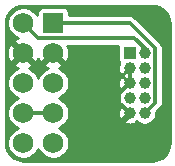
<source format=gbr>
%TF.GenerationSoftware,KiCad,Pcbnew,5.1.8-db9833491~88~ubuntu20.04.1*%
%TF.CreationDate,2020-12-14T12:06:49-05:00*%
%TF.ProjectId,2x5toCortexAdapt,32783574-6f43-46f7-9274-657841646170,rev?*%
%TF.SameCoordinates,Original*%
%TF.FileFunction,Copper,L1,Top*%
%TF.FilePolarity,Positive*%
%FSLAX46Y46*%
G04 Gerber Fmt 4.6, Leading zero omitted, Abs format (unit mm)*
G04 Created by KiCad (PCBNEW 5.1.8-db9833491~88~ubuntu20.04.1) date 2020-12-14 12:06:49*
%MOMM*%
%LPD*%
G01*
G04 APERTURE LIST*
%TA.AperFunction,ComponentPad*%
%ADD10R,1.000000X1.000000*%
%TD*%
%TA.AperFunction,ComponentPad*%
%ADD11C,1.000000*%
%TD*%
%TA.AperFunction,ComponentPad*%
%ADD12R,1.750000X1.750000*%
%TD*%
%TA.AperFunction,ComponentPad*%
%ADD13C,1.750000*%
%TD*%
%TA.AperFunction,Conductor*%
%ADD14C,0.350000*%
%TD*%
%TA.AperFunction,Conductor*%
%ADD15C,0.254000*%
%TD*%
%TA.AperFunction,Conductor*%
%ADD16C,0.100000*%
%TD*%
G04 APERTURE END LIST*
D10*
%TO.P,J2,1*%
%TO.N,/3.3V*%
X156845000Y-107696000D03*
D11*
%TO.P,J2,2*%
%TO.N,/SWDIO*%
X158115000Y-107696000D03*
%TO.P,J2,3*%
%TO.N,/GND*%
X156845000Y-108966000D03*
%TO.P,J2,4*%
%TO.N,/SWCLK*%
X158115000Y-108966000D03*
%TO.P,J2,5*%
%TO.N,/GND*%
X156845000Y-110236000D03*
%TO.P,J2,6*%
%TO.N,/SWIM*%
X158115000Y-110236000D03*
%TO.P,J2,7*%
%TO.N,Net-(J2-Pad7)*%
X156845000Y-111506000D03*
%TO.P,J2,8*%
%TO.N,Net-(J2-Pad8)*%
X158115000Y-111506000D03*
%TO.P,J2,9*%
%TO.N,/GND*%
X156845000Y-112776000D03*
%TO.P,J2,10*%
%TO.N,/RST*%
X158115000Y-112776000D03*
%TD*%
D12*
%TO.P,J1,1*%
%TO.N,/RST*%
X150368000Y-105156000D03*
D13*
%TO.P,J1,2*%
%TO.N,/SWDIO*%
X147828000Y-105156000D03*
%TO.P,J1,3*%
%TO.N,/GND*%
X150368000Y-107696000D03*
%TO.P,J1,4*%
X147828000Y-107696000D03*
%TO.P,J1,5*%
%TO.N,/SWIM*%
X150368000Y-110236000D03*
%TO.P,J1,6*%
%TO.N,/SWCLK*%
X147828000Y-110236000D03*
%TO.P,J1,7*%
%TO.N,/3.3V*%
X150368000Y-112776000D03*
%TO.P,J1,8*%
X147828000Y-112776000D03*
%TO.P,J1,9*%
%TO.N,Net-(J1-Pad9)*%
X150368000Y-115316000D03*
%TO.P,J1,10*%
%TO.N,Net-(J1-Pad10)*%
X147828000Y-115316000D03*
%TD*%
D14*
%TO.N,/RST*%
X158990001Y-111900999D02*
X158115000Y-112776000D01*
X158990001Y-107275999D02*
X158990001Y-111900999D01*
X156870002Y-105156000D02*
X158990001Y-107275999D01*
X150368000Y-105156000D02*
X156870002Y-105156000D01*
%TO.N,/SWDIO*%
X157230003Y-106406001D02*
X158115000Y-107290998D01*
X149078001Y-106406001D02*
X157230003Y-106406001D01*
X158115000Y-107290998D02*
X158115000Y-107696000D01*
X147828000Y-105156000D02*
X149078001Y-106406001D01*
%TO.N,/GND*%
X156845000Y-108966000D02*
X156845000Y-110236000D01*
X155969999Y-111900999D02*
X156845000Y-112776000D01*
X155969999Y-111111001D02*
X155969999Y-111900999D01*
X156845000Y-110236000D02*
X155969999Y-111111001D01*
%TO.N,/3.3V*%
X147828000Y-112776000D02*
X150368000Y-112776000D01*
%TD*%
D15*
%TO.N,/GND*%
X159006118Y-103862518D02*
X159252477Y-103936897D01*
X159479698Y-104057713D01*
X159679128Y-104220363D01*
X159843164Y-104418650D01*
X159965564Y-104645023D01*
X160041663Y-104890860D01*
X160072000Y-105179502D01*
X160072001Y-115281270D01*
X160043483Y-115572115D01*
X159969103Y-115818476D01*
X159848286Y-116045699D01*
X159685635Y-116245129D01*
X159487350Y-116409164D01*
X159260977Y-116531564D01*
X159015142Y-116607663D01*
X158726498Y-116638000D01*
X151107414Y-116638000D01*
X151330569Y-116488893D01*
X151540893Y-116278569D01*
X151706144Y-116031253D01*
X151819971Y-115756451D01*
X151878000Y-115464722D01*
X151878000Y-115167278D01*
X151819971Y-114875549D01*
X151706144Y-114600747D01*
X151540893Y-114353431D01*
X151330569Y-114143107D01*
X151185238Y-114046000D01*
X151330569Y-113948893D01*
X151540893Y-113738569D01*
X151706144Y-113491253D01*
X151819971Y-113216451D01*
X151878000Y-112924722D01*
X151878000Y-112627278D01*
X151819971Y-112335549D01*
X151706144Y-112060747D01*
X151540893Y-111813431D01*
X151330569Y-111603107D01*
X151185238Y-111506000D01*
X151330569Y-111408893D01*
X151540893Y-111198569D01*
X151706144Y-110951253D01*
X151819971Y-110676451D01*
X151878000Y-110384722D01*
X151878000Y-110087278D01*
X151819971Y-109795549D01*
X151706144Y-109520747D01*
X151540893Y-109273431D01*
X151330569Y-109063107D01*
X151166847Y-108953712D01*
X151234635Y-108742240D01*
X150368000Y-107875605D01*
X149501365Y-108742240D01*
X149569153Y-108953712D01*
X149405431Y-109063107D01*
X149195107Y-109273431D01*
X149098000Y-109418762D01*
X149000893Y-109273431D01*
X148790569Y-109063107D01*
X148626847Y-108953712D01*
X148694635Y-108742240D01*
X147828000Y-107875605D01*
X146961365Y-108742240D01*
X147029153Y-108953712D01*
X146865431Y-109063107D01*
X146655107Y-109273431D01*
X146506000Y-109496586D01*
X146506000Y-108436828D01*
X146530132Y-108481975D01*
X146781760Y-108562635D01*
X147648395Y-107696000D01*
X146781760Y-106829365D01*
X146530132Y-106910025D01*
X146506000Y-106960451D01*
X146506000Y-105895414D01*
X146655107Y-106118569D01*
X146865431Y-106328893D01*
X147029153Y-106438288D01*
X146961365Y-106649760D01*
X147828000Y-107516395D01*
X147842143Y-107502253D01*
X148021748Y-107681858D01*
X148007605Y-107696000D01*
X148874240Y-108562635D01*
X149098000Y-108490908D01*
X149321760Y-108562635D01*
X150188395Y-107696000D01*
X150174253Y-107681858D01*
X150353858Y-107502253D01*
X150368000Y-107516395D01*
X150382143Y-107502253D01*
X150561748Y-107681858D01*
X150547605Y-107696000D01*
X151414240Y-108562635D01*
X151665868Y-108481975D01*
X151794267Y-108213671D01*
X151867855Y-107925474D01*
X151883804Y-107628457D01*
X151841501Y-107334037D01*
X151799873Y-107216001D01*
X155706928Y-107216001D01*
X155706928Y-108196000D01*
X155719188Y-108320482D01*
X155755498Y-108440180D01*
X155799802Y-108523066D01*
X155762542Y-108606826D01*
X155713269Y-108824905D01*
X155707489Y-109048406D01*
X155745423Y-109268740D01*
X155825613Y-109477440D01*
X155853412Y-109529450D01*
X155979602Y-109550210D01*
X156030392Y-109601000D01*
X155979602Y-109651790D01*
X155853412Y-109672550D01*
X155762542Y-109876826D01*
X155713269Y-110094905D01*
X155707489Y-110318406D01*
X155745423Y-110538740D01*
X155825613Y-110747440D01*
X155853412Y-110799450D01*
X155942280Y-110814070D01*
X155839176Y-110968376D01*
X155753617Y-111174933D01*
X155710000Y-111394212D01*
X155710000Y-111617788D01*
X155753617Y-111837067D01*
X155839176Y-112043624D01*
X155942280Y-112197930D01*
X155853412Y-112212550D01*
X155762542Y-112416826D01*
X155713269Y-112634905D01*
X155707489Y-112858406D01*
X155745423Y-113078740D01*
X155825613Y-113287440D01*
X155853412Y-113339450D01*
X156066834Y-113374561D01*
X156665395Y-112776000D01*
X156651253Y-112761858D01*
X156772110Y-112641000D01*
X156917890Y-112641000D01*
X156980000Y-112703110D01*
X156980000Y-112848890D01*
X156859143Y-112969748D01*
X156845000Y-112955605D01*
X156246439Y-113554166D01*
X156281550Y-113767588D01*
X156485826Y-113858458D01*
X156703905Y-113907731D01*
X156927406Y-113913511D01*
X157147740Y-113875577D01*
X157356440Y-113795387D01*
X157408450Y-113767588D01*
X157423070Y-113678720D01*
X157577376Y-113781824D01*
X157783933Y-113867383D01*
X158003212Y-113911000D01*
X158226788Y-113911000D01*
X158446067Y-113867383D01*
X158652624Y-113781824D01*
X158838520Y-113657612D01*
X158996612Y-113499520D01*
X159120824Y-113313624D01*
X159206383Y-113107067D01*
X159250000Y-112887788D01*
X159250000Y-112786513D01*
X159534619Y-112501894D01*
X159565529Y-112476527D01*
X159638499Y-112387612D01*
X159666750Y-112353189D01*
X159731857Y-112231380D01*
X159741964Y-112212472D01*
X159788281Y-112059787D01*
X159800001Y-111940790D01*
X159800001Y-111940788D01*
X159803920Y-111901000D01*
X159800001Y-111861212D01*
X159800001Y-107315786D01*
X159803920Y-107275998D01*
X159798011Y-107216001D01*
X159788281Y-107117211D01*
X159741964Y-106964526D01*
X159706952Y-106899023D01*
X159666750Y-106823809D01*
X159621120Y-106768209D01*
X159565529Y-106700471D01*
X159534620Y-106675105D01*
X157470901Y-104611387D01*
X157445530Y-104580472D01*
X157322191Y-104479251D01*
X157181475Y-104404037D01*
X157028790Y-104357720D01*
X156909793Y-104346000D01*
X156909790Y-104346000D01*
X156870002Y-104342081D01*
X156830214Y-104346000D01*
X151881072Y-104346000D01*
X151881072Y-104281000D01*
X151868812Y-104156518D01*
X151832502Y-104036820D01*
X151773537Y-103926506D01*
X151697620Y-103834000D01*
X158715279Y-103834000D01*
X159006118Y-103862518D01*
%TA.AperFunction,Conductor*%
D16*
G36*
X159006118Y-103862518D02*
G01*
X159252477Y-103936897D01*
X159479698Y-104057713D01*
X159679128Y-104220363D01*
X159843164Y-104418650D01*
X159965564Y-104645023D01*
X160041663Y-104890860D01*
X160072000Y-105179502D01*
X160072001Y-115281270D01*
X160043483Y-115572115D01*
X159969103Y-115818476D01*
X159848286Y-116045699D01*
X159685635Y-116245129D01*
X159487350Y-116409164D01*
X159260977Y-116531564D01*
X159015142Y-116607663D01*
X158726498Y-116638000D01*
X151107414Y-116638000D01*
X151330569Y-116488893D01*
X151540893Y-116278569D01*
X151706144Y-116031253D01*
X151819971Y-115756451D01*
X151878000Y-115464722D01*
X151878000Y-115167278D01*
X151819971Y-114875549D01*
X151706144Y-114600747D01*
X151540893Y-114353431D01*
X151330569Y-114143107D01*
X151185238Y-114046000D01*
X151330569Y-113948893D01*
X151540893Y-113738569D01*
X151706144Y-113491253D01*
X151819971Y-113216451D01*
X151878000Y-112924722D01*
X151878000Y-112627278D01*
X151819971Y-112335549D01*
X151706144Y-112060747D01*
X151540893Y-111813431D01*
X151330569Y-111603107D01*
X151185238Y-111506000D01*
X151330569Y-111408893D01*
X151540893Y-111198569D01*
X151706144Y-110951253D01*
X151819971Y-110676451D01*
X151878000Y-110384722D01*
X151878000Y-110087278D01*
X151819971Y-109795549D01*
X151706144Y-109520747D01*
X151540893Y-109273431D01*
X151330569Y-109063107D01*
X151166847Y-108953712D01*
X151234635Y-108742240D01*
X150368000Y-107875605D01*
X149501365Y-108742240D01*
X149569153Y-108953712D01*
X149405431Y-109063107D01*
X149195107Y-109273431D01*
X149098000Y-109418762D01*
X149000893Y-109273431D01*
X148790569Y-109063107D01*
X148626847Y-108953712D01*
X148694635Y-108742240D01*
X147828000Y-107875605D01*
X146961365Y-108742240D01*
X147029153Y-108953712D01*
X146865431Y-109063107D01*
X146655107Y-109273431D01*
X146506000Y-109496586D01*
X146506000Y-108436828D01*
X146530132Y-108481975D01*
X146781760Y-108562635D01*
X147648395Y-107696000D01*
X146781760Y-106829365D01*
X146530132Y-106910025D01*
X146506000Y-106960451D01*
X146506000Y-105895414D01*
X146655107Y-106118569D01*
X146865431Y-106328893D01*
X147029153Y-106438288D01*
X146961365Y-106649760D01*
X147828000Y-107516395D01*
X147842143Y-107502253D01*
X148021748Y-107681858D01*
X148007605Y-107696000D01*
X148874240Y-108562635D01*
X149098000Y-108490908D01*
X149321760Y-108562635D01*
X150188395Y-107696000D01*
X150174253Y-107681858D01*
X150353858Y-107502253D01*
X150368000Y-107516395D01*
X150382143Y-107502253D01*
X150561748Y-107681858D01*
X150547605Y-107696000D01*
X151414240Y-108562635D01*
X151665868Y-108481975D01*
X151794267Y-108213671D01*
X151867855Y-107925474D01*
X151883804Y-107628457D01*
X151841501Y-107334037D01*
X151799873Y-107216001D01*
X155706928Y-107216001D01*
X155706928Y-108196000D01*
X155719188Y-108320482D01*
X155755498Y-108440180D01*
X155799802Y-108523066D01*
X155762542Y-108606826D01*
X155713269Y-108824905D01*
X155707489Y-109048406D01*
X155745423Y-109268740D01*
X155825613Y-109477440D01*
X155853412Y-109529450D01*
X155979602Y-109550210D01*
X156030392Y-109601000D01*
X155979602Y-109651790D01*
X155853412Y-109672550D01*
X155762542Y-109876826D01*
X155713269Y-110094905D01*
X155707489Y-110318406D01*
X155745423Y-110538740D01*
X155825613Y-110747440D01*
X155853412Y-110799450D01*
X155942280Y-110814070D01*
X155839176Y-110968376D01*
X155753617Y-111174933D01*
X155710000Y-111394212D01*
X155710000Y-111617788D01*
X155753617Y-111837067D01*
X155839176Y-112043624D01*
X155942280Y-112197930D01*
X155853412Y-112212550D01*
X155762542Y-112416826D01*
X155713269Y-112634905D01*
X155707489Y-112858406D01*
X155745423Y-113078740D01*
X155825613Y-113287440D01*
X155853412Y-113339450D01*
X156066834Y-113374561D01*
X156665395Y-112776000D01*
X156651253Y-112761858D01*
X156772110Y-112641000D01*
X156917890Y-112641000D01*
X156980000Y-112703110D01*
X156980000Y-112848890D01*
X156859143Y-112969748D01*
X156845000Y-112955605D01*
X156246439Y-113554166D01*
X156281550Y-113767588D01*
X156485826Y-113858458D01*
X156703905Y-113907731D01*
X156927406Y-113913511D01*
X157147740Y-113875577D01*
X157356440Y-113795387D01*
X157408450Y-113767588D01*
X157423070Y-113678720D01*
X157577376Y-113781824D01*
X157783933Y-113867383D01*
X158003212Y-113911000D01*
X158226788Y-113911000D01*
X158446067Y-113867383D01*
X158652624Y-113781824D01*
X158838520Y-113657612D01*
X158996612Y-113499520D01*
X159120824Y-113313624D01*
X159206383Y-113107067D01*
X159250000Y-112887788D01*
X159250000Y-112786513D01*
X159534619Y-112501894D01*
X159565529Y-112476527D01*
X159638499Y-112387612D01*
X159666750Y-112353189D01*
X159731857Y-112231380D01*
X159741964Y-112212472D01*
X159788281Y-112059787D01*
X159800001Y-111940790D01*
X159800001Y-111940788D01*
X159803920Y-111901000D01*
X159800001Y-111861212D01*
X159800001Y-107315786D01*
X159803920Y-107275998D01*
X159798011Y-107216001D01*
X159788281Y-107117211D01*
X159741964Y-106964526D01*
X159706952Y-106899023D01*
X159666750Y-106823809D01*
X159621120Y-106768209D01*
X159565529Y-106700471D01*
X159534620Y-106675105D01*
X157470901Y-104611387D01*
X157445530Y-104580472D01*
X157322191Y-104479251D01*
X157181475Y-104404037D01*
X157028790Y-104357720D01*
X156909793Y-104346000D01*
X156909790Y-104346000D01*
X156870002Y-104342081D01*
X156830214Y-104346000D01*
X151881072Y-104346000D01*
X151881072Y-104281000D01*
X151868812Y-104156518D01*
X151832502Y-104036820D01*
X151773537Y-103926506D01*
X151697620Y-103834000D01*
X158715279Y-103834000D01*
X159006118Y-103862518D01*
G37*
%TD.AperFunction*%
D15*
X149195107Y-116278569D02*
X149405431Y-116488893D01*
X149628586Y-116638000D01*
X148567414Y-116638000D01*
X148790569Y-116488893D01*
X149000893Y-116278569D01*
X149098000Y-116133238D01*
X149195107Y-116278569D01*
%TA.AperFunction,Conductor*%
D16*
G36*
X149195107Y-116278569D02*
G01*
X149405431Y-116488893D01*
X149628586Y-116638000D01*
X148567414Y-116638000D01*
X148790569Y-116488893D01*
X149000893Y-116278569D01*
X149098000Y-116133238D01*
X149195107Y-116278569D01*
G37*
%TD.AperFunction*%
D15*
X146655107Y-113738569D02*
X146865431Y-113948893D01*
X147010762Y-114046000D01*
X146865431Y-114143107D01*
X146655107Y-114353431D01*
X146506000Y-114576586D01*
X146506000Y-113515414D01*
X146655107Y-113738569D01*
%TA.AperFunction,Conductor*%
D16*
G36*
X146655107Y-113738569D02*
G01*
X146865431Y-113948893D01*
X147010762Y-114046000D01*
X146865431Y-114143107D01*
X146655107Y-114353431D01*
X146506000Y-114576586D01*
X146506000Y-113515414D01*
X146655107Y-113738569D01*
G37*
%TD.AperFunction*%
D15*
X146655107Y-111198569D02*
X146865431Y-111408893D01*
X147010762Y-111506000D01*
X146865431Y-111603107D01*
X146655107Y-111813431D01*
X146506000Y-112036586D01*
X146506000Y-110975414D01*
X146655107Y-111198569D01*
%TA.AperFunction,Conductor*%
D16*
G36*
X146655107Y-111198569D02*
G01*
X146865431Y-111408893D01*
X147010762Y-111506000D01*
X146865431Y-111603107D01*
X146655107Y-111813431D01*
X146506000Y-112036586D01*
X146506000Y-110975414D01*
X146655107Y-111198569D01*
G37*
%TD.AperFunction*%
D15*
X156920215Y-110103325D02*
X156980000Y-110163110D01*
X156980000Y-110308890D01*
X156917890Y-110371000D01*
X156772110Y-110371000D01*
X156651253Y-110250143D01*
X156665395Y-110236000D01*
X156651253Y-110221858D01*
X156773577Y-110099533D01*
X156920215Y-110103325D01*
%TA.AperFunction,Conductor*%
D16*
G36*
X156920215Y-110103325D02*
G01*
X156980000Y-110163110D01*
X156980000Y-110308890D01*
X156917890Y-110371000D01*
X156772110Y-110371000D01*
X156651253Y-110250143D01*
X156665395Y-110236000D01*
X156651253Y-110221858D01*
X156773577Y-110099533D01*
X156920215Y-110103325D01*
G37*
%TD.AperFunction*%
D15*
X156980000Y-108893110D02*
X156980000Y-109038890D01*
X156916423Y-109102467D01*
X156769785Y-109098675D01*
X156651253Y-108980143D01*
X156665395Y-108966000D01*
X156651253Y-108951858D01*
X156769038Y-108834072D01*
X156920962Y-108834072D01*
X156980000Y-108893110D01*
%TA.AperFunction,Conductor*%
D16*
G36*
X156980000Y-108893110D02*
G01*
X156980000Y-109038890D01*
X156916423Y-109102467D01*
X156769785Y-109098675D01*
X156651253Y-108980143D01*
X156665395Y-108966000D01*
X156651253Y-108951858D01*
X156769038Y-108834072D01*
X156920962Y-108834072D01*
X156980000Y-108893110D01*
G37*
%TD.AperFunction*%
D15*
X148962463Y-103926506D02*
X148903498Y-104036820D01*
X148889716Y-104082254D01*
X148790569Y-103983107D01*
X148567414Y-103834000D01*
X149038380Y-103834000D01*
X148962463Y-103926506D01*
%TA.AperFunction,Conductor*%
D16*
G36*
X148962463Y-103926506D02*
G01*
X148903498Y-104036820D01*
X148889716Y-104082254D01*
X148790569Y-103983107D01*
X148567414Y-103834000D01*
X149038380Y-103834000D01*
X148962463Y-103926506D01*
G37*
%TD.AperFunction*%
%TD*%
D15*
%TO.N,/GND*%
X159036953Y-103706783D02*
X159312976Y-103790120D01*
X159567557Y-103925483D01*
X159790994Y-104107714D01*
X159974781Y-104329876D01*
X160111917Y-104583502D01*
X160197179Y-104858940D01*
X160230000Y-105171217D01*
X160230001Y-115288988D01*
X160199217Y-115602953D01*
X160115880Y-115878978D01*
X159980517Y-116133558D01*
X159798288Y-116356993D01*
X159576127Y-116540780D01*
X159322497Y-116677917D01*
X159047061Y-116763179D01*
X158734783Y-116796000D01*
X147855002Y-116796000D01*
X147541047Y-116765217D01*
X147265022Y-116681880D01*
X147010442Y-116546517D01*
X146787007Y-116364288D01*
X146603220Y-116142127D01*
X146466083Y-115888497D01*
X146380821Y-115613061D01*
X146348000Y-115300783D01*
X146348000Y-110102840D01*
X146476000Y-110102840D01*
X146476000Y-110369160D01*
X146527956Y-110630364D01*
X146629873Y-110876412D01*
X146777833Y-111097850D01*
X146966150Y-111286167D01*
X147187588Y-111434127D01*
X147361104Y-111506000D01*
X147187588Y-111577873D01*
X146966150Y-111725833D01*
X146777833Y-111914150D01*
X146629873Y-112135588D01*
X146527956Y-112381636D01*
X146476000Y-112642840D01*
X146476000Y-112909160D01*
X146527956Y-113170364D01*
X146629873Y-113416412D01*
X146777833Y-113637850D01*
X146966150Y-113826167D01*
X147187588Y-113974127D01*
X147361104Y-114046000D01*
X147187588Y-114117873D01*
X146966150Y-114265833D01*
X146777833Y-114454150D01*
X146629873Y-114675588D01*
X146527956Y-114921636D01*
X146476000Y-115182840D01*
X146476000Y-115449160D01*
X146527956Y-115710364D01*
X146629873Y-115956412D01*
X146777833Y-116177850D01*
X146966150Y-116366167D01*
X147187588Y-116514127D01*
X147433636Y-116616044D01*
X147694840Y-116668000D01*
X147961160Y-116668000D01*
X148222364Y-116616044D01*
X148468412Y-116514127D01*
X148689850Y-116366167D01*
X148878167Y-116177850D01*
X149026127Y-115956412D01*
X149098000Y-115782896D01*
X149169873Y-115956412D01*
X149317833Y-116177850D01*
X149506150Y-116366167D01*
X149727588Y-116514127D01*
X149973636Y-116616044D01*
X150234840Y-116668000D01*
X150501160Y-116668000D01*
X150762364Y-116616044D01*
X151008412Y-116514127D01*
X151229850Y-116366167D01*
X151418167Y-116177850D01*
X151566127Y-115956412D01*
X151668044Y-115710364D01*
X151720000Y-115449160D01*
X151720000Y-115182840D01*
X151668044Y-114921636D01*
X151566127Y-114675588D01*
X151418167Y-114454150D01*
X151229850Y-114265833D01*
X151008412Y-114117873D01*
X150834896Y-114046000D01*
X151008412Y-113974127D01*
X151229850Y-113826167D01*
X151418167Y-113637850D01*
X151566127Y-113416412D01*
X151668044Y-113170364D01*
X151720000Y-112909160D01*
X151720000Y-112642840D01*
X151668044Y-112381636D01*
X151566127Y-112135588D01*
X151418167Y-111914150D01*
X151229850Y-111725833D01*
X151008412Y-111577873D01*
X150834896Y-111506000D01*
X151008412Y-111434127D01*
X151229850Y-111286167D01*
X151418167Y-111097850D01*
X151566127Y-110876412D01*
X151668044Y-110630364D01*
X151720000Y-110369160D01*
X151720000Y-110102840D01*
X151668044Y-109841636D01*
X151566127Y-109595588D01*
X151418167Y-109374150D01*
X151229850Y-109185833D01*
X151008412Y-109037873D01*
X150837048Y-108966891D01*
X150882955Y-108953162D01*
X151118320Y-108828544D01*
X151127200Y-108822611D01*
X151209713Y-108605595D01*
X150368000Y-107763882D01*
X149526287Y-108605595D01*
X149608800Y-108822611D01*
X149843179Y-108949076D01*
X149899862Y-108966514D01*
X149727588Y-109037873D01*
X149506150Y-109185833D01*
X149317833Y-109374150D01*
X149169873Y-109595588D01*
X149098000Y-109769104D01*
X149026127Y-109595588D01*
X148878167Y-109374150D01*
X148689850Y-109185833D01*
X148468412Y-109037873D01*
X148297048Y-108966891D01*
X148342955Y-108953162D01*
X148578320Y-108828544D01*
X148587200Y-108822611D01*
X148669713Y-108605595D01*
X147828000Y-107763882D01*
X146986287Y-108605595D01*
X147068800Y-108822611D01*
X147303179Y-108949076D01*
X147359862Y-108966514D01*
X147187588Y-109037873D01*
X146966150Y-109185833D01*
X146777833Y-109374150D01*
X146629873Y-109595588D01*
X146527956Y-109841636D01*
X146476000Y-110102840D01*
X146348000Y-110102840D01*
X146348000Y-107690661D01*
X146469469Y-107690661D01*
X146494531Y-107955800D01*
X146570838Y-108210955D01*
X146695456Y-108446320D01*
X146701389Y-108455200D01*
X146918405Y-108537713D01*
X147760118Y-107696000D01*
X146918405Y-106854287D01*
X146701389Y-106936800D01*
X146574924Y-107171179D01*
X146496614Y-107425727D01*
X146469469Y-107690661D01*
X146348000Y-107690661D01*
X146348000Y-105183002D01*
X146363703Y-105022840D01*
X146476000Y-105022840D01*
X146476000Y-105289160D01*
X146527956Y-105550364D01*
X146629873Y-105796412D01*
X146777833Y-106017850D01*
X146966150Y-106206167D01*
X147187588Y-106354127D01*
X147358952Y-106425109D01*
X147313045Y-106438838D01*
X147077680Y-106563456D01*
X147068800Y-106569389D01*
X146986287Y-106786405D01*
X147828000Y-107628118D01*
X147842143Y-107613976D01*
X147910025Y-107681858D01*
X147895882Y-107696000D01*
X148737595Y-108537713D01*
X148954611Y-108455200D01*
X149081076Y-108220821D01*
X149097664Y-108166903D01*
X149110838Y-108210955D01*
X149235456Y-108446320D01*
X149241389Y-108455200D01*
X149458405Y-108537713D01*
X150300118Y-107696000D01*
X150285976Y-107681858D01*
X150353858Y-107613976D01*
X150368000Y-107628118D01*
X150382143Y-107613976D01*
X150450025Y-107681858D01*
X150435882Y-107696000D01*
X151277595Y-108537713D01*
X151494611Y-108455200D01*
X151621076Y-108220821D01*
X151699386Y-107966273D01*
X151726531Y-107701339D01*
X151701469Y-107436200D01*
X151625162Y-107181045D01*
X151560014Y-107058001D01*
X155888399Y-107058001D01*
X155874903Y-107102492D01*
X155865693Y-107196000D01*
X155865693Y-108196000D01*
X155874903Y-108289508D01*
X155902178Y-108379423D01*
X155946471Y-108462289D01*
X155982758Y-108506505D01*
X155934422Y-108599072D01*
X155880335Y-108783768D01*
X155863319Y-108975466D01*
X155884028Y-109166801D01*
X155941667Y-109350419D01*
X156023502Y-109503522D01*
X156202141Y-109540977D01*
X156301870Y-109441248D01*
X156270023Y-109593141D01*
X156277882Y-109601000D01*
X156270023Y-109608859D01*
X156301870Y-109760752D01*
X156202141Y-109661023D01*
X156023502Y-109698478D01*
X155934422Y-109869072D01*
X155880335Y-110053768D01*
X155863319Y-110245466D01*
X155884028Y-110436801D01*
X155941667Y-110620419D01*
X156023502Y-110773522D01*
X156165929Y-110803385D01*
X156086115Y-110883199D01*
X155979194Y-111043217D01*
X155905546Y-111221020D01*
X155868000Y-111409774D01*
X155868000Y-111602226D01*
X155905546Y-111790980D01*
X155979194Y-111968783D01*
X156086115Y-112128801D01*
X156165929Y-112208615D01*
X156023502Y-112238478D01*
X155934422Y-112409072D01*
X155880335Y-112593768D01*
X155863319Y-112785466D01*
X155884028Y-112976801D01*
X155941667Y-113160419D01*
X156023502Y-113313522D01*
X156202141Y-113350977D01*
X156777118Y-112776000D01*
X156762976Y-112761858D01*
X156830858Y-112693976D01*
X156845000Y-112708118D01*
X156859143Y-112693976D01*
X156927025Y-112761858D01*
X156912882Y-112776000D01*
X156927025Y-112790143D01*
X156859143Y-112858025D01*
X156845000Y-112843882D01*
X156270023Y-113418859D01*
X156307478Y-113597498D01*
X156478072Y-113686578D01*
X156662768Y-113740665D01*
X156854466Y-113757681D01*
X157045801Y-113736972D01*
X157229419Y-113679333D01*
X157382522Y-113597498D01*
X157412385Y-113455071D01*
X157492199Y-113534885D01*
X157652217Y-113641806D01*
X157830020Y-113715454D01*
X158018774Y-113753000D01*
X158211226Y-113753000D01*
X158399980Y-113715454D01*
X158577783Y-113641806D01*
X158737801Y-113534885D01*
X158873885Y-113398801D01*
X158980806Y-113238783D01*
X159054454Y-113060980D01*
X159092000Y-112872226D01*
X159092000Y-112721067D01*
X159428388Y-112384679D01*
X159453265Y-112364263D01*
X159534742Y-112264983D01*
X159595284Y-112151716D01*
X159632566Y-112028813D01*
X159642001Y-111933021D01*
X159645155Y-111901000D01*
X159642001Y-111868978D01*
X159642001Y-107308013D01*
X159645154Y-107275998D01*
X159642001Y-107243984D01*
X159642001Y-107243977D01*
X159632566Y-107148185D01*
X159595284Y-107025282D01*
X159534742Y-106912015D01*
X159453265Y-106812735D01*
X159428389Y-106792320D01*
X157353687Y-104717619D01*
X157333266Y-104692736D01*
X157233986Y-104611259D01*
X157120719Y-104550717D01*
X156997816Y-104513435D01*
X156902024Y-104504000D01*
X156870002Y-104500846D01*
X156837980Y-104504000D01*
X151722307Y-104504000D01*
X151722307Y-104281000D01*
X151713097Y-104187492D01*
X151685822Y-104097577D01*
X151641529Y-104014711D01*
X151581921Y-103942079D01*
X151509289Y-103882471D01*
X151426423Y-103838178D01*
X151336508Y-103810903D01*
X151243000Y-103801693D01*
X149493000Y-103801693D01*
X149399492Y-103810903D01*
X149309577Y-103838178D01*
X149226711Y-103882471D01*
X149154079Y-103942079D01*
X149094471Y-104014711D01*
X149050178Y-104097577D01*
X149022903Y-104187492D01*
X149013693Y-104281000D01*
X149013693Y-104496979D01*
X148878167Y-104294150D01*
X148689850Y-104105833D01*
X148468412Y-103957873D01*
X148222364Y-103855956D01*
X147961160Y-103804000D01*
X147694840Y-103804000D01*
X147433636Y-103855956D01*
X147187588Y-103957873D01*
X146966150Y-104105833D01*
X146777833Y-104294150D01*
X146629873Y-104515588D01*
X146527956Y-104761636D01*
X146476000Y-105022840D01*
X146363703Y-105022840D01*
X146378783Y-104869047D01*
X146462120Y-104593024D01*
X146597483Y-104338443D01*
X146779714Y-104115006D01*
X147001876Y-103931219D01*
X147255502Y-103794083D01*
X147530940Y-103708821D01*
X147843217Y-103676000D01*
X158722998Y-103676000D01*
X159036953Y-103706783D01*
%TA.AperFunction,Conductor*%
D16*
G36*
X159036953Y-103706783D02*
G01*
X159312976Y-103790120D01*
X159567557Y-103925483D01*
X159790994Y-104107714D01*
X159974781Y-104329876D01*
X160111917Y-104583502D01*
X160197179Y-104858940D01*
X160230000Y-105171217D01*
X160230001Y-115288988D01*
X160199217Y-115602953D01*
X160115880Y-115878978D01*
X159980517Y-116133558D01*
X159798288Y-116356993D01*
X159576127Y-116540780D01*
X159322497Y-116677917D01*
X159047061Y-116763179D01*
X158734783Y-116796000D01*
X147855002Y-116796000D01*
X147541047Y-116765217D01*
X147265022Y-116681880D01*
X147010442Y-116546517D01*
X146787007Y-116364288D01*
X146603220Y-116142127D01*
X146466083Y-115888497D01*
X146380821Y-115613061D01*
X146348000Y-115300783D01*
X146348000Y-110102840D01*
X146476000Y-110102840D01*
X146476000Y-110369160D01*
X146527956Y-110630364D01*
X146629873Y-110876412D01*
X146777833Y-111097850D01*
X146966150Y-111286167D01*
X147187588Y-111434127D01*
X147361104Y-111506000D01*
X147187588Y-111577873D01*
X146966150Y-111725833D01*
X146777833Y-111914150D01*
X146629873Y-112135588D01*
X146527956Y-112381636D01*
X146476000Y-112642840D01*
X146476000Y-112909160D01*
X146527956Y-113170364D01*
X146629873Y-113416412D01*
X146777833Y-113637850D01*
X146966150Y-113826167D01*
X147187588Y-113974127D01*
X147361104Y-114046000D01*
X147187588Y-114117873D01*
X146966150Y-114265833D01*
X146777833Y-114454150D01*
X146629873Y-114675588D01*
X146527956Y-114921636D01*
X146476000Y-115182840D01*
X146476000Y-115449160D01*
X146527956Y-115710364D01*
X146629873Y-115956412D01*
X146777833Y-116177850D01*
X146966150Y-116366167D01*
X147187588Y-116514127D01*
X147433636Y-116616044D01*
X147694840Y-116668000D01*
X147961160Y-116668000D01*
X148222364Y-116616044D01*
X148468412Y-116514127D01*
X148689850Y-116366167D01*
X148878167Y-116177850D01*
X149026127Y-115956412D01*
X149098000Y-115782896D01*
X149169873Y-115956412D01*
X149317833Y-116177850D01*
X149506150Y-116366167D01*
X149727588Y-116514127D01*
X149973636Y-116616044D01*
X150234840Y-116668000D01*
X150501160Y-116668000D01*
X150762364Y-116616044D01*
X151008412Y-116514127D01*
X151229850Y-116366167D01*
X151418167Y-116177850D01*
X151566127Y-115956412D01*
X151668044Y-115710364D01*
X151720000Y-115449160D01*
X151720000Y-115182840D01*
X151668044Y-114921636D01*
X151566127Y-114675588D01*
X151418167Y-114454150D01*
X151229850Y-114265833D01*
X151008412Y-114117873D01*
X150834896Y-114046000D01*
X151008412Y-113974127D01*
X151229850Y-113826167D01*
X151418167Y-113637850D01*
X151566127Y-113416412D01*
X151668044Y-113170364D01*
X151720000Y-112909160D01*
X151720000Y-112642840D01*
X151668044Y-112381636D01*
X151566127Y-112135588D01*
X151418167Y-111914150D01*
X151229850Y-111725833D01*
X151008412Y-111577873D01*
X150834896Y-111506000D01*
X151008412Y-111434127D01*
X151229850Y-111286167D01*
X151418167Y-111097850D01*
X151566127Y-110876412D01*
X151668044Y-110630364D01*
X151720000Y-110369160D01*
X151720000Y-110102840D01*
X151668044Y-109841636D01*
X151566127Y-109595588D01*
X151418167Y-109374150D01*
X151229850Y-109185833D01*
X151008412Y-109037873D01*
X150837048Y-108966891D01*
X150882955Y-108953162D01*
X151118320Y-108828544D01*
X151127200Y-108822611D01*
X151209713Y-108605595D01*
X150368000Y-107763882D01*
X149526287Y-108605595D01*
X149608800Y-108822611D01*
X149843179Y-108949076D01*
X149899862Y-108966514D01*
X149727588Y-109037873D01*
X149506150Y-109185833D01*
X149317833Y-109374150D01*
X149169873Y-109595588D01*
X149098000Y-109769104D01*
X149026127Y-109595588D01*
X148878167Y-109374150D01*
X148689850Y-109185833D01*
X148468412Y-109037873D01*
X148297048Y-108966891D01*
X148342955Y-108953162D01*
X148578320Y-108828544D01*
X148587200Y-108822611D01*
X148669713Y-108605595D01*
X147828000Y-107763882D01*
X146986287Y-108605595D01*
X147068800Y-108822611D01*
X147303179Y-108949076D01*
X147359862Y-108966514D01*
X147187588Y-109037873D01*
X146966150Y-109185833D01*
X146777833Y-109374150D01*
X146629873Y-109595588D01*
X146527956Y-109841636D01*
X146476000Y-110102840D01*
X146348000Y-110102840D01*
X146348000Y-107690661D01*
X146469469Y-107690661D01*
X146494531Y-107955800D01*
X146570838Y-108210955D01*
X146695456Y-108446320D01*
X146701389Y-108455200D01*
X146918405Y-108537713D01*
X147760118Y-107696000D01*
X146918405Y-106854287D01*
X146701389Y-106936800D01*
X146574924Y-107171179D01*
X146496614Y-107425727D01*
X146469469Y-107690661D01*
X146348000Y-107690661D01*
X146348000Y-105183002D01*
X146363703Y-105022840D01*
X146476000Y-105022840D01*
X146476000Y-105289160D01*
X146527956Y-105550364D01*
X146629873Y-105796412D01*
X146777833Y-106017850D01*
X146966150Y-106206167D01*
X147187588Y-106354127D01*
X147358952Y-106425109D01*
X147313045Y-106438838D01*
X147077680Y-106563456D01*
X147068800Y-106569389D01*
X146986287Y-106786405D01*
X147828000Y-107628118D01*
X147842143Y-107613976D01*
X147910025Y-107681858D01*
X147895882Y-107696000D01*
X148737595Y-108537713D01*
X148954611Y-108455200D01*
X149081076Y-108220821D01*
X149097664Y-108166903D01*
X149110838Y-108210955D01*
X149235456Y-108446320D01*
X149241389Y-108455200D01*
X149458405Y-108537713D01*
X150300118Y-107696000D01*
X150285976Y-107681858D01*
X150353858Y-107613976D01*
X150368000Y-107628118D01*
X150382143Y-107613976D01*
X150450025Y-107681858D01*
X150435882Y-107696000D01*
X151277595Y-108537713D01*
X151494611Y-108455200D01*
X151621076Y-108220821D01*
X151699386Y-107966273D01*
X151726531Y-107701339D01*
X151701469Y-107436200D01*
X151625162Y-107181045D01*
X151560014Y-107058001D01*
X155888399Y-107058001D01*
X155874903Y-107102492D01*
X155865693Y-107196000D01*
X155865693Y-108196000D01*
X155874903Y-108289508D01*
X155902178Y-108379423D01*
X155946471Y-108462289D01*
X155982758Y-108506505D01*
X155934422Y-108599072D01*
X155880335Y-108783768D01*
X155863319Y-108975466D01*
X155884028Y-109166801D01*
X155941667Y-109350419D01*
X156023502Y-109503522D01*
X156202141Y-109540977D01*
X156301870Y-109441248D01*
X156270023Y-109593141D01*
X156277882Y-109601000D01*
X156270023Y-109608859D01*
X156301870Y-109760752D01*
X156202141Y-109661023D01*
X156023502Y-109698478D01*
X155934422Y-109869072D01*
X155880335Y-110053768D01*
X155863319Y-110245466D01*
X155884028Y-110436801D01*
X155941667Y-110620419D01*
X156023502Y-110773522D01*
X156165929Y-110803385D01*
X156086115Y-110883199D01*
X155979194Y-111043217D01*
X155905546Y-111221020D01*
X155868000Y-111409774D01*
X155868000Y-111602226D01*
X155905546Y-111790980D01*
X155979194Y-111968783D01*
X156086115Y-112128801D01*
X156165929Y-112208615D01*
X156023502Y-112238478D01*
X155934422Y-112409072D01*
X155880335Y-112593768D01*
X155863319Y-112785466D01*
X155884028Y-112976801D01*
X155941667Y-113160419D01*
X156023502Y-113313522D01*
X156202141Y-113350977D01*
X156777118Y-112776000D01*
X156762976Y-112761858D01*
X156830858Y-112693976D01*
X156845000Y-112708118D01*
X156859143Y-112693976D01*
X156927025Y-112761858D01*
X156912882Y-112776000D01*
X156927025Y-112790143D01*
X156859143Y-112858025D01*
X156845000Y-112843882D01*
X156270023Y-113418859D01*
X156307478Y-113597498D01*
X156478072Y-113686578D01*
X156662768Y-113740665D01*
X156854466Y-113757681D01*
X157045801Y-113736972D01*
X157229419Y-113679333D01*
X157382522Y-113597498D01*
X157412385Y-113455071D01*
X157492199Y-113534885D01*
X157652217Y-113641806D01*
X157830020Y-113715454D01*
X158018774Y-113753000D01*
X158211226Y-113753000D01*
X158399980Y-113715454D01*
X158577783Y-113641806D01*
X158737801Y-113534885D01*
X158873885Y-113398801D01*
X158980806Y-113238783D01*
X159054454Y-113060980D01*
X159092000Y-112872226D01*
X159092000Y-112721067D01*
X159428388Y-112384679D01*
X159453265Y-112364263D01*
X159534742Y-112264983D01*
X159595284Y-112151716D01*
X159632566Y-112028813D01*
X159642001Y-111933021D01*
X159645155Y-111901000D01*
X159642001Y-111868978D01*
X159642001Y-107308013D01*
X159645154Y-107275998D01*
X159642001Y-107243984D01*
X159642001Y-107243977D01*
X159632566Y-107148185D01*
X159595284Y-107025282D01*
X159534742Y-106912015D01*
X159453265Y-106812735D01*
X159428389Y-106792320D01*
X157353687Y-104717619D01*
X157333266Y-104692736D01*
X157233986Y-104611259D01*
X157120719Y-104550717D01*
X156997816Y-104513435D01*
X156902024Y-104504000D01*
X156870002Y-104500846D01*
X156837980Y-104504000D01*
X151722307Y-104504000D01*
X151722307Y-104281000D01*
X151713097Y-104187492D01*
X151685822Y-104097577D01*
X151641529Y-104014711D01*
X151581921Y-103942079D01*
X151509289Y-103882471D01*
X151426423Y-103838178D01*
X151336508Y-103810903D01*
X151243000Y-103801693D01*
X149493000Y-103801693D01*
X149399492Y-103810903D01*
X149309577Y-103838178D01*
X149226711Y-103882471D01*
X149154079Y-103942079D01*
X149094471Y-104014711D01*
X149050178Y-104097577D01*
X149022903Y-104187492D01*
X149013693Y-104281000D01*
X149013693Y-104496979D01*
X148878167Y-104294150D01*
X148689850Y-104105833D01*
X148468412Y-103957873D01*
X148222364Y-103855956D01*
X147961160Y-103804000D01*
X147694840Y-103804000D01*
X147433636Y-103855956D01*
X147187588Y-103957873D01*
X146966150Y-104105833D01*
X146777833Y-104294150D01*
X146629873Y-104515588D01*
X146527956Y-104761636D01*
X146476000Y-105022840D01*
X146363703Y-105022840D01*
X146378783Y-104869047D01*
X146462120Y-104593024D01*
X146597483Y-104338443D01*
X146779714Y-104115006D01*
X147001876Y-103931219D01*
X147255502Y-103794083D01*
X147530940Y-103708821D01*
X147843217Y-103676000D01*
X158722998Y-103676000D01*
X159036953Y-103706783D01*
G37*
%TD.AperFunction*%
D15*
X156478072Y-109876578D02*
X156584679Y-109907797D01*
X156845000Y-110168118D01*
X156859143Y-110153976D01*
X156927025Y-110221858D01*
X156912882Y-110236000D01*
X156927025Y-110250143D01*
X156859143Y-110318025D01*
X156845000Y-110303882D01*
X156830858Y-110318025D01*
X156762976Y-110250143D01*
X156777118Y-110236000D01*
X156351716Y-109810598D01*
X156478072Y-109876578D01*
%TA.AperFunction,Conductor*%
D16*
G36*
X156478072Y-109876578D02*
G01*
X156584679Y-109907797D01*
X156845000Y-110168118D01*
X156859143Y-110153976D01*
X156927025Y-110221858D01*
X156912882Y-110236000D01*
X156927025Y-110250143D01*
X156859143Y-110318025D01*
X156845000Y-110303882D01*
X156830858Y-110318025D01*
X156762976Y-110250143D01*
X156777118Y-110236000D01*
X156351716Y-109810598D01*
X156478072Y-109876578D01*
G37*
%TD.AperFunction*%
D15*
X156927025Y-108951858D02*
X156912882Y-108966000D01*
X156927025Y-108980143D01*
X156859143Y-109048025D01*
X156845000Y-109033882D01*
X156585395Y-109293487D01*
X156460581Y-109332667D01*
X156352888Y-109390230D01*
X156777118Y-108966000D01*
X156762976Y-108951858D01*
X156830858Y-108883976D01*
X156845000Y-108898118D01*
X156859143Y-108883976D01*
X156927025Y-108951858D01*
%TA.AperFunction,Conductor*%
D16*
G36*
X156927025Y-108951858D02*
G01*
X156912882Y-108966000D01*
X156927025Y-108980143D01*
X156859143Y-109048025D01*
X156845000Y-109033882D01*
X156585395Y-109293487D01*
X156460581Y-109332667D01*
X156352888Y-109390230D01*
X156777118Y-108966000D01*
X156762976Y-108951858D01*
X156830858Y-108883976D01*
X156845000Y-108898118D01*
X156859143Y-108883976D01*
X156927025Y-108951858D01*
G37*
%TD.AperFunction*%
%TD*%
M02*

</source>
